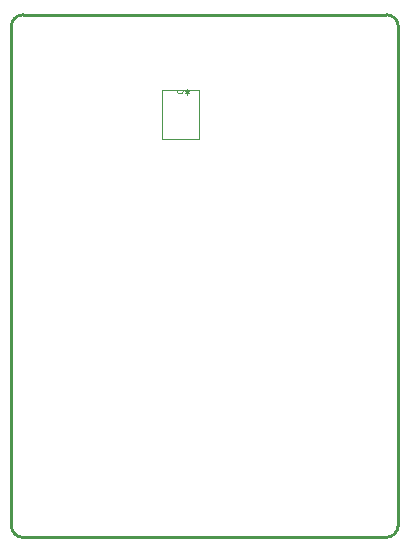
<source format=gm1>
G04*
G04 #@! TF.GenerationSoftware,Altium Limited,Altium Designer,19.0.4 (130)*
G04*
G04 Layer_Color=16711935*
%FSLAX25Y25*%
%MOIN*%
G70*
G01*
G75*
%ADD16C,0.01000*%
%ADD82C,0.00100*%
%ADD110C,0.00300*%
D16*
X54197Y74803D02*
G03*
X50197Y78740I-3937J0D01*
G01*
Y-95472D02*
G03*
X54134Y-91535I0J3937D01*
G01*
X-74817D02*
G03*
X-70866Y-95472I3937J0D01*
G01*
X-70866Y78734D02*
G03*
X-74803Y74803I-6J-3931D01*
G01*
X-70860Y78740D02*
X50260D01*
X54134Y-91535D02*
Y74867D01*
X-70866Y-95472D02*
X50197D01*
X-74803Y-91535D02*
Y74797D01*
D82*
X-19704Y53543D02*
G03*
X-17304Y53543I1200J0D01*
G01*
X-12303Y37205D02*
Y53543D01*
X-24705D02*
X-12303D01*
X-24705Y37205D02*
Y53543D01*
Y37205D02*
X-12303D01*
X-24705Y50689D02*
Y51870D01*
Y50689D02*
Y51870D01*
Y48720D02*
Y49902D01*
Y48720D02*
Y49902D01*
Y46752D02*
Y47933D01*
Y46752D02*
Y47933D01*
Y44783D02*
Y45965D01*
Y44783D02*
Y45965D01*
Y42815D02*
Y43996D01*
Y42815D02*
Y43996D01*
Y40846D02*
Y42028D01*
Y40846D02*
Y42028D01*
Y38878D02*
Y40059D01*
Y38878D02*
Y40059D01*
X-12303Y38878D02*
Y40059D01*
Y38878D02*
Y40059D01*
Y40846D02*
Y42028D01*
Y40846D02*
Y42028D01*
Y42815D02*
Y43996D01*
Y42815D02*
Y43996D01*
Y44783D02*
Y45965D01*
Y44783D02*
Y45965D01*
Y46752D02*
Y47933D01*
Y46752D02*
Y47933D01*
Y48720D02*
Y49902D01*
Y48720D02*
Y49902D01*
Y50689D02*
Y51870D01*
Y50689D02*
Y51870D01*
D110*
X-16198Y53898D02*
Y52113D01*
X-15454Y53452D02*
X-16942Y52559D01*
Y53452D02*
X-15454Y52559D01*
M02*

</source>
